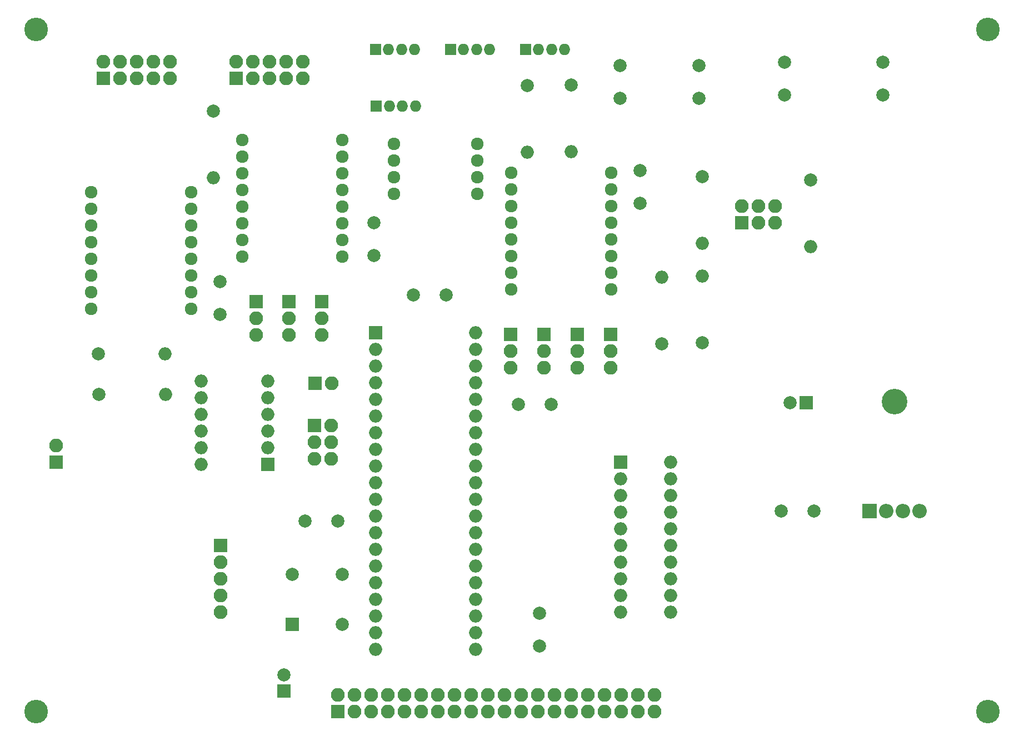
<source format=gbs>
G04 #@! TF.FileFunction,Soldermask,Bot*
%FSLAX46Y46*%
G04 Gerber Fmt 4.6, Leading zero omitted, Abs format (unit mm)*
G04 Created by KiCad (PCBNEW 4.0.7) date 07/30/18 12:41:52*
%MOMM*%
%LPD*%
G01*
G04 APERTURE LIST*
%ADD10C,0.100000*%
%ADD11C,2.000000*%
%ADD12R,2.000000X2.000000*%
%ADD13C,3.600000*%
%ADD14R,2.100000X2.100000*%
%ADD15O,2.100000X2.100000*%
%ADD16R,1.750000X1.750000*%
%ADD17O,1.750000X1.750000*%
%ADD18O,2.000000X2.000000*%
%ADD19C,1.924000*%
%ADD20O,3.900000X3.900000*%
%ADD21R,2.200000X2.200000*%
%ADD22O,2.200000X2.200000*%
G04 APERTURE END LIST*
D10*
D11*
X128476000Y-92200000D03*
X133476000Y-92200000D03*
X168529000Y-108458000D03*
X173529000Y-108458000D03*
X117500000Y-75500000D03*
X112500000Y-75500000D03*
X96000000Y-110000000D03*
X101000000Y-110000000D03*
X83000000Y-73500000D03*
X83000000Y-78500000D03*
X147000000Y-56500000D03*
X147000000Y-61500000D03*
X144000000Y-45500000D03*
X144000000Y-40500000D03*
X169000000Y-45000000D03*
X169000000Y-40000000D03*
X156000000Y-45500000D03*
X156000000Y-40500000D03*
X184000000Y-40000000D03*
X184000000Y-45000000D03*
X106500000Y-69500000D03*
X106500000Y-64500000D03*
D12*
X172339000Y-91948000D03*
D11*
X169839000Y-91948000D03*
D12*
X92710000Y-135890000D03*
D11*
X92710000Y-133390000D03*
D13*
X55000000Y-139000000D03*
X200000000Y-35000000D03*
X55000000Y-35000000D03*
X200000000Y-139000000D03*
D14*
X97409000Y-95377000D03*
D15*
X99949000Y-95377000D03*
X97409000Y-97917000D03*
X99949000Y-97917000D03*
X97409000Y-100457000D03*
X99949000Y-100457000D03*
D14*
X65250000Y-42500000D03*
D15*
X65250000Y-39960000D03*
X67790000Y-42500000D03*
X67790000Y-39960000D03*
X70330000Y-42500000D03*
X70330000Y-39960000D03*
X72870000Y-42500000D03*
X72870000Y-39960000D03*
X75410000Y-42500000D03*
X75410000Y-39960000D03*
D14*
X58000000Y-101000000D03*
D15*
X58000000Y-98460000D03*
D14*
X162500000Y-64500000D03*
D15*
X162500000Y-61960000D03*
X165040000Y-64500000D03*
X165040000Y-61960000D03*
X167580000Y-64500000D03*
X167580000Y-61960000D03*
D14*
X85500000Y-42500000D03*
D15*
X85500000Y-39960000D03*
X88040000Y-42500000D03*
X88040000Y-39960000D03*
X90580000Y-42500000D03*
X90580000Y-39960000D03*
X93120000Y-42500000D03*
X93120000Y-39960000D03*
X95660000Y-42500000D03*
X95660000Y-39960000D03*
D14*
X101000000Y-139000000D03*
D15*
X101000000Y-136460000D03*
X103540000Y-139000000D03*
X103540000Y-136460000D03*
X106080000Y-139000000D03*
X106080000Y-136460000D03*
X108620000Y-139000000D03*
X108620000Y-136460000D03*
X111160000Y-139000000D03*
X111160000Y-136460000D03*
X113700000Y-139000000D03*
X113700000Y-136460000D03*
X116240000Y-139000000D03*
X116240000Y-136460000D03*
X118780000Y-139000000D03*
X118780000Y-136460000D03*
X121320000Y-139000000D03*
X121320000Y-136460000D03*
X123860000Y-139000000D03*
X123860000Y-136460000D03*
X126400000Y-139000000D03*
X126400000Y-136460000D03*
X128940000Y-139000000D03*
X128940000Y-136460000D03*
X131480000Y-139000000D03*
X131480000Y-136460000D03*
X134020000Y-139000000D03*
X134020000Y-136460000D03*
X136560000Y-139000000D03*
X136560000Y-136460000D03*
X139100000Y-139000000D03*
X139100000Y-136460000D03*
X141640000Y-139000000D03*
X141640000Y-136460000D03*
X144180000Y-139000000D03*
X144180000Y-136460000D03*
X146720000Y-139000000D03*
X146720000Y-136460000D03*
X149260000Y-139000000D03*
X149260000Y-136460000D03*
D16*
X106680000Y-38100000D03*
D17*
X108680000Y-38100000D03*
X110680000Y-38100000D03*
X112680000Y-38100000D03*
D16*
X118110000Y-38100000D03*
D17*
X120110000Y-38100000D03*
X122110000Y-38100000D03*
X124110000Y-38100000D03*
D16*
X129540000Y-38100000D03*
D17*
X131540000Y-38100000D03*
X133540000Y-38100000D03*
X135540000Y-38100000D03*
D16*
X106807000Y-46736000D03*
D17*
X108807000Y-46736000D03*
X110807000Y-46736000D03*
X112807000Y-46736000D03*
D14*
X97500000Y-89000000D03*
D15*
X100040000Y-89000000D03*
D14*
X127260000Y-81500000D03*
D15*
X127260000Y-84040000D03*
X127260000Y-86580000D03*
D14*
X88500000Y-76500000D03*
D15*
X88500000Y-79040000D03*
X88500000Y-81580000D03*
D14*
X132340000Y-81500000D03*
D15*
X132340000Y-84040000D03*
X132340000Y-86580000D03*
D14*
X93500000Y-76500000D03*
D15*
X93500000Y-79040000D03*
X93500000Y-81580000D03*
D14*
X137420000Y-81500000D03*
D15*
X137420000Y-84040000D03*
X137420000Y-86580000D03*
D14*
X98500000Y-76500000D03*
D15*
X98500000Y-79040000D03*
X98500000Y-81580000D03*
D14*
X142500000Y-81500000D03*
D15*
X142500000Y-84040000D03*
X142500000Y-86580000D03*
D11*
X64500000Y-84500000D03*
D18*
X74660000Y-84500000D03*
D11*
X64516000Y-90678000D03*
D18*
X74676000Y-90678000D03*
D11*
X129794000Y-43561000D03*
D18*
X129794000Y-53721000D03*
D11*
X136500000Y-43500000D03*
D18*
X136500000Y-53660000D03*
D11*
X82000000Y-47500000D03*
D18*
X82000000Y-57660000D03*
D11*
X150295000Y-82931000D03*
D18*
X150295000Y-72771000D03*
D11*
X173000000Y-58000000D03*
D18*
X173000000Y-68160000D03*
D11*
X156500000Y-57500000D03*
D18*
X156500000Y-67660000D03*
D11*
X156518000Y-82804000D03*
D18*
X156518000Y-72644000D03*
D12*
X93980000Y-125730000D03*
D11*
X93980000Y-118110000D03*
X101600000Y-118110000D03*
X101600000Y-125730000D03*
D12*
X106680000Y-81280000D03*
D18*
X121920000Y-129540000D03*
X106680000Y-83820000D03*
X121920000Y-127000000D03*
X106680000Y-86360000D03*
X121920000Y-124460000D03*
X106680000Y-88900000D03*
X121920000Y-121920000D03*
X106680000Y-91440000D03*
X121920000Y-119380000D03*
X106680000Y-93980000D03*
X121920000Y-116840000D03*
X106680000Y-96520000D03*
X121920000Y-114300000D03*
X106680000Y-99060000D03*
X121920000Y-111760000D03*
X106680000Y-101600000D03*
X121920000Y-109220000D03*
X106680000Y-104140000D03*
X121920000Y-106680000D03*
X106680000Y-106680000D03*
X121920000Y-104140000D03*
X106680000Y-109220000D03*
X121920000Y-101600000D03*
X106680000Y-111760000D03*
X121920000Y-99060000D03*
X106680000Y-114300000D03*
X121920000Y-96520000D03*
X106680000Y-116840000D03*
X121920000Y-93980000D03*
X106680000Y-119380000D03*
X121920000Y-91440000D03*
X106680000Y-121920000D03*
X121920000Y-88900000D03*
X106680000Y-124460000D03*
X121920000Y-86360000D03*
X106680000Y-127000000D03*
X121920000Y-83820000D03*
X106680000Y-129540000D03*
X121920000Y-81280000D03*
D12*
X90297000Y-101297000D03*
D18*
X80137000Y-88597000D03*
X90297000Y-98757000D03*
X80137000Y-91137000D03*
X90297000Y-96217000D03*
X80137000Y-93677000D03*
X90297000Y-93677000D03*
X80137000Y-96217000D03*
X90297000Y-91137000D03*
X80137000Y-98757000D03*
X90297000Y-88597000D03*
X80137000Y-101297000D03*
D19*
X109500000Y-52500000D03*
X109500000Y-55040000D03*
X109500000Y-57580000D03*
X109500000Y-60120000D03*
X122200000Y-60120000D03*
X122200000Y-57580000D03*
X122200000Y-55040000D03*
X122200000Y-52500000D03*
D12*
X144018000Y-100965000D03*
D18*
X151638000Y-123825000D03*
X144018000Y-103505000D03*
X151638000Y-121285000D03*
X144018000Y-106045000D03*
X151638000Y-118745000D03*
X144018000Y-108585000D03*
X151638000Y-116205000D03*
X144018000Y-111125000D03*
X151638000Y-113665000D03*
X144018000Y-113665000D03*
X151638000Y-111125000D03*
X144018000Y-116205000D03*
X151638000Y-108585000D03*
X144018000Y-118745000D03*
X151638000Y-106045000D03*
X144018000Y-121285000D03*
X151638000Y-103505000D03*
X144018000Y-123825000D03*
X151638000Y-100965000D03*
D14*
X83058000Y-113665000D03*
D15*
X83058000Y-116205000D03*
X83058000Y-118745000D03*
X83058000Y-121285000D03*
X83058000Y-123825000D03*
D20*
X185801000Y-91798000D03*
D21*
X181991000Y-108458000D03*
D22*
X184531000Y-108458000D03*
X187071000Y-108458000D03*
X189611000Y-108458000D03*
D11*
X131699000Y-129032000D03*
X131699000Y-124032000D03*
D19*
X63380000Y-59840000D03*
X63380000Y-62380000D03*
X63380000Y-64920000D03*
X63380000Y-67460000D03*
X63380000Y-70000000D03*
X63380000Y-72540000D03*
X63380000Y-75080000D03*
X63380000Y-77620000D03*
X78620000Y-77620000D03*
X78620000Y-75080000D03*
X78620000Y-72540000D03*
X78620000Y-70000000D03*
X78620000Y-67460000D03*
X78620000Y-64920000D03*
X78620000Y-62380000D03*
X78620000Y-59840000D03*
X127380000Y-56840000D03*
X127380000Y-59380000D03*
X127380000Y-61920000D03*
X127380000Y-64460000D03*
X127380000Y-67000000D03*
X127380000Y-69540000D03*
X127380000Y-72080000D03*
X127380000Y-74620000D03*
X142620000Y-74620000D03*
X142620000Y-72080000D03*
X142620000Y-69540000D03*
X142620000Y-67000000D03*
X142620000Y-64460000D03*
X142620000Y-61920000D03*
X142620000Y-59380000D03*
X142620000Y-56840000D03*
X86380000Y-51840000D03*
X86380000Y-54380000D03*
X86380000Y-56920000D03*
X86380000Y-59460000D03*
X86380000Y-62000000D03*
X86380000Y-64540000D03*
X86380000Y-67080000D03*
X86380000Y-69620000D03*
X101620000Y-69620000D03*
X101620000Y-67080000D03*
X101620000Y-64540000D03*
X101620000Y-62000000D03*
X101620000Y-59460000D03*
X101620000Y-56920000D03*
X101620000Y-54380000D03*
X101620000Y-51840000D03*
M02*

</source>
